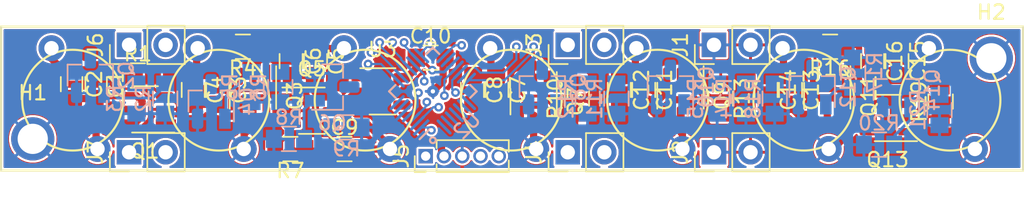
<source format=kicad_pcb>
(kicad_pcb (version 20171130) (host pcbnew "(5.1.4)-1")
  (layers (0 F.Cu mixed) (1 In1.Cu signal) (2 In2.Cu signal) (31 B.Cu mixed) (34 B.Paste user) (35 F.Paste user) (36 B.SilkS user) (37 F.SilkS user) (38 B.Mask user) (39 F.Mask user) (44 Edge.Cuts user))
  (net 0 "")
  (net 1 "Net-(C1-Pad1)")
  (net 2 "Net-(C1-Pad2)")
  (net 3 "Net-(C3-Pad1)")
  (net 4 "Net-(C3-Pad2)")
  (net 5 "Net-(C5-Pad1)")
  (net 6 "Net-(C5-Pad2)")
  (net 7 "Net-(C7-Pad1)")
  (net 8 "Net-(C7-Pad2)")
  (net 9 +12V)
  (net 10 GND)
  (net 11 +5V)
  (net 12 "Net-(C11-Pad2)")
  (net 13 "Net-(C11-Pad1)")
  (net 14 "Net-(C13-Pad1)")
  (net 15 "Net-(C13-Pad2)")
  (net 16 "Net-(C15-Pad2)")
  (net 17 "Net-(C15-Pad1)")
  (net 18 DATA_IN)
  (net 19 CLK_IN)
  (net 20 DATA_OUT)
  (net 21 CLK_OUT)
  (net 22 FLIP_G_OFF)
  (net 23 "Net-(J5-Pad4)")
  (net 24 VPP)
  (net 25 "Net-(Q1-Pad3)")
  (net 26 FLIP_A_ON)
  (net 27 FLIP_A_OFF)
  (net 28 "Net-(Q3-Pad3)")
  (net 29 FLIP_B_ON)
  (net 30 FLIP_B_OFF)
  (net 31 "Net-(Q5-Pad3)")
  (net 32 FLIP_C_ON)
  (net 33 FLIP_C_OFF)
  (net 34 "Net-(Q7-Pad3)")
  (net 35 FLIP_D_ON)
  (net 36 FLIP_D_OFF)
  (net 37 "Net-(Q10-Pad3)")
  (net 38 FLIP_E_ON)
  (net 39 FLIP_E_OFF)
  (net 40 "Net-(Q11-Pad3)")
  (net 41 FLIP_F_ON)
  (net 42 FLIP_F_OFF)
  (net 43 "Net-(Q13-Pad3)")
  (net 44 FLIP_G_ON)
  (net 45 "Net-(U2-Pad6)")
  (net 46 "Net-(U3-Pad4)")
  (net 47 OPT1_IN)
  (net 48 OPT2_IN)
  (net 49 OPT1_OUT)
  (net 50 OPT2_OUT)
  (module dot_flipper:Pin_Header_Straight_1x02_Pitch2.54mm (layer F.Cu) (at 41.477001 68.495001 90)
    (fp_text reference J7 (at 0 -2.33 90) (layer F.SilkS))
    (fp_text value Conn_01x02_Male)
    (pad 1 thru_hole rect (at 0 0 90) (size 1.7 1.7) (drill 1) (layers *.Cu *.Mask) (net 49 OPT1_OUT))
    (pad 2 thru_hole oval (at 0 2.54 90) (size 1.7 1.7) (drill 1) (layers *.Cu *.Mask) (net 50 OPT2_OUT))
  )
  (module dot_flipper:Pin_Header_Straight_1x02_Pitch2.54mm (layer F.Cu) (at 41.477001 61.035001 90)
    (fp_text reference J6 (at 0 -2.33 90) (layer F.SilkS))
    (fp_text value Conn_01x02_Male)
    (pad 1 thru_hole rect (at 0 0 90) (size 1.7 1.7) (drill 1) (layers *.Cu *.Mask) (net 47 OPT1_IN))
    (pad 2 thru_hole oval (at 0 2.54 90) (size 1.7 1.7) (drill 1) (layers *.Cu *.Mask) (net 48 OPT2_IN))
  )
  (module dot_flipper:Pin_Header_Straight_1x02_Pitch2.54mm (layer F.Cu) (at 71.957001 68.495001 90)
    (fp_text reference J4 (at 0 -2.33 90) (layer F.SilkS))
    (fp_text value Conn_01x02_Male)
    (pad 1 thru_hole rect (at 0 0 90) (size 1.7 1.7) (drill 1) (layers *.Cu *.Mask) (net 20 DATA_OUT))
    (pad 2 thru_hole oval (at 0 2.54 90) (size 1.7 1.7) (drill 1) (layers *.Cu *.Mask) (net 21 CLK_OUT))
  )
  (module dot_flipper:Pin_Header_Straight_1x02_Pitch2.54mm (layer F.Cu) (at 71.957001 61.035001 90)
    (fp_text reference J3 (at 0 -2.33 90) (layer F.SilkS))
    (fp_text value Conn_01x02_Male)
    (pad 1 thru_hole rect (at 0 0 90) (size 1.7 1.7) (drill 1) (layers *.Cu *.Mask) (net 18 DATA_IN))
    (pad 2 thru_hole oval (at 0 2.54 90) (size 1.7 1.7) (drill 1) (layers *.Cu *.Mask) (net 19 CLK_IN))
  )
  (module dot_flipper:Pin_Header_Straight_1x02_Pitch2.54mm (layer F.Cu) (at 82.117001 68.495001 90)
    (fp_text reference J2 (at 0 -2.33 90) (layer F.SilkS))
    (fp_text value Conn_01x02_Male)
    (pad 1 thru_hole rect (at 0 0 90) (size 1.7 1.7) (drill 1) (layers *.Cu *.Mask) (net 10 GND))
    (pad 2 thru_hole oval (at 0 2.54 90) (size 1.7 1.7) (drill 1) (layers *.Cu *.Mask) (net 9 +12V))
  )
  (module dot_flipper:Pin_Header_Straight_1x02_Pitch2.54mm (layer F.Cu) (at 82.117001 61.035001 90)
    (fp_text reference J1 (at 0 -2.33 90) (layer F.SilkS))
    (fp_text value Conn_01x02_Male)
    (pad 1 thru_hole rect (at 0 0 90) (size 1.7 1.7) (drill 1) (layers *.Cu *.Mask) (net 10 GND))
    (pad 2 thru_hole oval (at 0 2.54 90) (size 1.7 1.7) (drill 1) (layers *.Cu *.Mask) (net 9 +12V))
  )
  (module Pin_Headers:Pin_Header_Straight_1x05_Pitch1.27mm (layer F.Cu) (at 62.087001 68.765001 90)
    (fp_text reference J5 (at 0 -1.695 90) (layer F.SilkS))
    (fp_text value Conn_01x05_Male)
    (pad 1 thru_hole rect (at 0 0 90) (size 1 1) (drill 0.65) (layers *.Cu *.Mask) (net 24 VPP))
    (pad 2 thru_hole oval (at 0 1.27 90) (size 1 1) (drill 0.65) (layers *.Cu *.Mask) (net 11 +5V))
    (pad 3 thru_hole oval (at 0 2.54 90) (size 1 1) (drill 0.65) (layers *.Cu *.Mask) (net 10 GND))
    (pad 4 thru_hole oval (at 0 3.81 90) (size 1 1) (drill 0.65) (layers *.Cu *.Mask) (net 23 "Net-(J5-Pad4)"))
    (pad 5 thru_hole oval (at 0 5.08 90) (size 1 1) (drill 0.65) (layers *.Cu *.Mask) (net 22 FLIP_G_OFF))
  )
  (module dot_flipper:R_0805 (layer B.Cu) (at 97.787001 65.565001 270)
    (fp_text reference R21 (at 0 1.5 90) (layer B.SilkS) (effects (justify mirror)))
    (fp_text value 100K)
    (pad 1 smd rect (at -1.05 0 270) (size 1.1 1.25) (layers B.Cu B.Paste B.Mask) (net 22 FLIP_G_OFF))
    (pad 2 smd rect (at 1.05 0 270) (size 1.1 1.25) (layers B.Cu B.Paste B.Mask) (net 10 GND))
  )
  (module dot_flipper:R_0805 (layer B.Cu) (at 93.587001 67.965001 180)
    (fp_text reference R20 (at 0 1.5) (layer B.SilkS) (effects (justify mirror)))
    (fp_text value 100K)
    (pad 1 smd rect (at -1.05 0 180) (size 1.1 1.25) (layers B.Cu B.Paste B.Mask) (net 44 FLIP_G_ON))
    (pad 2 smd rect (at 1.05 0 180) (size 1.1 1.25) (layers B.Cu B.Paste B.Mask) (net 10 GND))
  )
  (module dot_flipper:R_0805 (layer F.Cu) (at 97.865001 64.972001 90)
    (fp_text reference R19 (at 0 -1.5 90) (layer F.SilkS))
    (fp_text value 100K)
    (pad 1 smd rect (at -1.05 0 90) (size 1.1 1.25) (layers F.Cu F.Paste F.Mask) (net 9 +12V))
    (pad 2 smd rect (at 1.05 0 90) (size 1.1 1.25) (layers F.Cu F.Paste F.Mask) (net 43 "Net-(Q13-Pad3)"))
  )
  (module dot_flipper:R_0805 (layer B.Cu) (at 86.337001 64.765001 270)
    (fp_text reference R18 (at 0 1.5 90) (layer B.SilkS) (effects (justify mirror)))
    (fp_text value 100K)
    (pad 1 smd rect (at -1.05 0 270) (size 1.1 1.25) (layers B.Cu B.Paste B.Mask) (net 42 FLIP_F_OFF))
    (pad 2 smd rect (at 1.05 0 270) (size 1.1 1.25) (layers B.Cu B.Paste B.Mask) (net 10 GND))
  )
  (module dot_flipper:R_0805 (layer B.Cu) (at 91.787001 62.965001 90)
    (fp_text reference R17 (at 0 1.5 90) (layer B.SilkS) (effects (justify mirror)))
    (fp_text value 100K)
    (pad 1 smd rect (at -1.05 0 90) (size 1.1 1.25) (layers B.Cu B.Paste B.Mask) (net 41 FLIP_F_ON))
    (pad 2 smd rect (at 1.05 0 90) (size 1.1 1.25) (layers B.Cu B.Paste B.Mask) (net 10 GND))
  )
  (module dot_flipper:R_0805 (layer F.Cu) (at 90.187001 61.165001 180)
    (fp_text reference R16 (at 0 -1.5) (layer F.SilkS))
    (fp_text value 100K)
    (pad 1 smd rect (at -1.05 0 180) (size 1.1 1.25) (layers F.Cu F.Paste F.Mask) (net 9 +12V))
    (pad 2 smd rect (at 1.05 0 180) (size 1.1 1.25) (layers F.Cu F.Paste F.Mask) (net 40 "Net-(Q11-Pad3)"))
  )
  (module dot_flipper:R_0805 (layer B.Cu) (at 82.337001 64.765001 270)
    (fp_text reference R15 (at 0 1.5 90) (layer B.SilkS) (effects (justify mirror)))
    (fp_text value 100K)
    (pad 1 smd rect (at -1.05 0 270) (size 1.1 1.25) (layers B.Cu B.Paste B.Mask) (net 39 FLIP_E_OFF))
    (pad 2 smd rect (at 1.05 0 270) (size 1.1 1.25) (layers B.Cu B.Paste B.Mask) (net 10 GND))
  )
  (module dot_flipper:R_0805 (layer B.Cu) (at 84.337001 64.765001 270)
    (fp_text reference R14 (at 0 1.5 90) (layer B.SilkS) (effects (justify mirror)))
    (fp_text value 100K)
    (pad 1 smd rect (at -1.05 0 270) (size 1.1 1.25) (layers B.Cu B.Paste B.Mask) (net 38 FLIP_E_ON))
    (pad 2 smd rect (at 1.05 0 270) (size 1.1 1.25) (layers B.Cu B.Paste B.Mask) (net 10 GND))
  )
  (module dot_flipper:R_0805 (layer F.Cu) (at 82.587001 64.765001 270)
    (fp_text reference R13 (at 0 -1.5 90) (layer F.SilkS))
    (fp_text value 100K)
    (pad 1 smd rect (at -1.05 0 270) (size 1.1 1.25) (layers F.Cu F.Paste F.Mask) (net 9 +12V))
    (pad 2 smd rect (at 1.05 0 270) (size 1.1 1.25) (layers F.Cu F.Paste F.Mask) (net 37 "Net-(Q10-Pad3)"))
  )
  (module dot_flipper:R_0805 (layer B.Cu) (at 73.337001 64.765001 270)
    (fp_text reference R12 (at 0 1.5 90) (layer B.SilkS) (effects (justify mirror)))
    (fp_text value 100K)
    (pad 1 smd rect (at -1.05 0 270) (size 1.1 1.25) (layers B.Cu B.Paste B.Mask) (net 36 FLIP_D_OFF))
    (pad 2 smd rect (at 1.05 0 270) (size 1.1 1.25) (layers B.Cu B.Paste B.Mask) (net 10 GND))
  )
  (module dot_flipper:R_0805 (layer B.Cu) (at 75.337001 64.765001 270)
    (fp_text reference R11 (at 0 1.5 90) (layer B.SilkS) (effects (justify mirror)))
    (fp_text value 100K)
    (pad 1 smd rect (at -1.05 0 270) (size 1.1 1.25) (layers B.Cu B.Paste B.Mask) (net 35 FLIP_D_ON))
    (pad 2 smd rect (at 1.05 0 270) (size 1.1 1.25) (layers B.Cu B.Paste B.Mask) (net 10 GND))
  )
  (module dot_flipper:R_0805 (layer F.Cu) (at 72.587001 64.765001 90)
    (fp_text reference R10 (at 0 -1.5 90) (layer F.SilkS))
    (fp_text value 100K)
    (pad 1 smd rect (at -1.05 0 90) (size 1.1 1.25) (layers F.Cu F.Paste F.Mask) (net 9 +12V))
    (pad 2 smd rect (at 1.05 0 90) (size 1.1 1.25) (layers F.Cu F.Paste F.Mask) (net 34 "Net-(Q7-Pad3)"))
  )
  (module dot_flipper:R_0805 (layer B.Cu) (at 56.587001 66.765001)
    (fp_text reference R9 (at 0 1.5) (layer B.SilkS) (effects (justify mirror)))
    (fp_text value 100K)
    (pad 1 smd rect (at -1.05 0) (size 1.1 1.25) (layers B.Cu B.Paste B.Mask) (net 33 FLIP_C_OFF))
    (pad 2 smd rect (at 1.05 0) (size 1.1 1.25) (layers B.Cu B.Paste B.Mask) (net 10 GND))
  )
  (module dot_flipper:R_0805 (layer B.Cu) (at 52.587001 67.565001 180)
    (fp_text reference R8 (at 0 1.5) (layer B.SilkS) (effects (justify mirror)))
    (fp_text value 100K)
    (pad 1 smd rect (at -1.05 0 180) (size 1.1 1.25) (layers B.Cu B.Paste B.Mask) (net 32 FLIP_C_ON))
    (pad 2 smd rect (at 1.05 0 180) (size 1.1 1.25) (layers B.Cu B.Paste B.Mask) (net 10 GND))
  )
  (module dot_flipper:R_0805 (layer F.Cu) (at 52.687001 68.274001 180)
    (fp_text reference R7 (at 0 -1.5) (layer F.SilkS))
    (fp_text value 100K)
    (pad 1 smd rect (at -1.05 0 180) (size 1.1 1.25) (layers F.Cu F.Paste F.Mask) (net 9 +12V))
    (pad 2 smd rect (at 1.05 0 180) (size 1.1 1.25) (layers F.Cu F.Paste F.Mask) (net 31 "Net-(Q5-Pad3)"))
  )
  (module dot_flipper:R_0805 (layer B.Cu) (at 51.987001 63.965001 270)
    (fp_text reference R6 (at 0 1.5 90) (layer B.SilkS) (effects (justify mirror)))
    (fp_text value 100K)
    (pad 1 smd rect (at -1.05 0 270) (size 1.1 1.25) (layers B.Cu B.Paste B.Mask) (net 30 FLIP_B_OFF))
    (pad 2 smd rect (at 1.05 0 270) (size 1.1 1.25) (layers B.Cu B.Paste B.Mask) (net 10 GND))
  )
  (module dot_flipper:R_0805 (layer B.Cu) (at 49.987001 63.965001 270)
    (fp_text reference R5 (at 0 1.5 90) (layer B.SilkS) (effects (justify mirror)))
    (fp_text value 100K)
    (pad 1 smd rect (at -1.05 0 270) (size 1.1 1.25) (layers B.Cu B.Paste B.Mask) (net 29 FLIP_B_ON))
    (pad 2 smd rect (at 1.05 0 270) (size 1.1 1.25) (layers B.Cu B.Paste B.Mask) (net 10 GND))
  )
  (module dot_flipper:R_0805 (layer F.Cu) (at 49.387001 61.165001 180)
    (fp_text reference R4 (at 0 -1.5) (layer F.SilkS))
    (fp_text value 100K)
    (pad 1 smd rect (at -1.05 0 180) (size 1.1 1.25) (layers F.Cu F.Paste F.Mask) (net 9 +12V))
    (pad 2 smd rect (at 1.05 0 180) (size 1.1 1.25) (layers F.Cu F.Paste F.Mask) (net 28 "Net-(Q3-Pad3)"))
  )
  (module dot_flipper:R_0805 (layer B.Cu) (at 41.987001 64.765001 270)
    (fp_text reference R3 (at 0 1.5 90) (layer B.SilkS) (effects (justify mirror)))
    (fp_text value 100K)
    (pad 1 smd rect (at -1.05 0 270) (size 1.1 1.25) (layers B.Cu B.Paste B.Mask) (net 27 FLIP_A_OFF))
    (pad 2 smd rect (at 1.05 0 270) (size 1.1 1.25) (layers B.Cu B.Paste B.Mask) (net 10 GND))
  )
  (module dot_flipper:R_0805 (layer B.Cu) (at 43.987001 64.765001 270)
    (fp_text reference R2 (at 0 1.5 90) (layer B.SilkS) (effects (justify mirror)))
    (fp_text value 100K)
    (pad 1 smd rect (at -1.05 0 270) (size 1.1 1.25) (layers B.Cu B.Paste B.Mask) (net 26 FLIP_A_ON))
    (pad 2 smd rect (at 1.05 0 270) (size 1.1 1.25) (layers B.Cu B.Paste B.Mask) (net 10 GND))
  )
  (module dot_flipper:R_0805 (layer F.Cu) (at 42.087001 63.165001)
    (fp_text reference R1 (at 0 -1.5) (layer F.SilkS))
    (fp_text value 100K)
    (pad 1 smd rect (at -1.05 0) (size 1.1 1.25) (layers F.Cu F.Paste F.Mask) (net 9 +12V))
    (pad 2 smd rect (at 1.05 0) (size 1.1 1.25) (layers F.Cu F.Paste F.Mask) (net 25 "Net-(Q1-Pad3)"))
  )
  (module dot_flipper:C_0805 (layer F.Cu) (at 93.187001 62.165001 270)
    (fp_text reference C16 (at 0 -1.5 90) (layer F.SilkS))
    (fp_text value 10u)
    (pad 1 smd roundrect (at -1 0 270) (size 1.2 1.25) (layers F.Cu F.Paste F.Mask) (roundrect_rratio 0.15) (net 17 "Net-(C15-Pad1)"))
    (pad 2 smd roundrect (at 1 0 270) (size 1.2 1.25) (layers F.Cu F.Paste F.Mask) (roundrect_rratio 0.15) (net 16 "Net-(C15-Pad2)"))
  )
  (module dot_flipper:C_0805 (layer F.Cu) (at 94.787001 62.165001 270)
    (fp_text reference C15 (at 0 -1.5 90) (layer F.SilkS))
    (fp_text value 10u)
    (pad 1 smd roundrect (at -1 0 270) (size 1.2 1.25) (layers F.Cu F.Paste F.Mask) (roundrect_rratio 0.15) (net 17 "Net-(C15-Pad1)"))
    (pad 2 smd roundrect (at 1 0 270) (size 1.2 1.25) (layers F.Cu F.Paste F.Mask) (roundrect_rratio 0.15) (net 16 "Net-(C15-Pad2)"))
  )
  (module dot_flipper:C_0805 (layer F.Cu) (at 85.787001 64.165001 270)
    (fp_text reference C14 (at 0 -1.5 90) (layer F.SilkS))
    (fp_text value 10u)
    (pad 1 smd roundrect (at -1 0 270) (size 1.2 1.25) (layers F.Cu F.Paste F.Mask) (roundrect_rratio 0.15) (net 14 "Net-(C13-Pad1)"))
    (pad 2 smd roundrect (at 1 0 270) (size 1.2 1.25) (layers F.Cu F.Paste F.Mask) (roundrect_rratio 0.15) (net 15 "Net-(C13-Pad2)"))
  )
  (module dot_flipper:C_0805 (layer F.Cu) (at 87.387001 64.165001 270)
    (fp_text reference C13 (at 0 -1.5 90) (layer F.SilkS))
    (fp_text value 10u)
    (pad 1 smd roundrect (at -1 0 270) (size 1.2 1.25) (layers F.Cu F.Paste F.Mask) (roundrect_rratio 0.15) (net 14 "Net-(C13-Pad1)"))
    (pad 2 smd roundrect (at 1 0 270) (size 1.2 1.25) (layers F.Cu F.Paste F.Mask) (roundrect_rratio 0.15) (net 15 "Net-(C13-Pad2)"))
  )
  (module dot_flipper:C_0805 (layer F.Cu) (at 75.587001 64.165001 270)
    (fp_text reference C12 (at 0 -1.5 90) (layer F.SilkS))
    (fp_text value 10u)
    (pad 1 smd roundrect (at -1 0 270) (size 1.2 1.25) (layers F.Cu F.Paste F.Mask) (roundrect_rratio 0.15) (net 13 "Net-(C11-Pad1)"))
    (pad 2 smd roundrect (at 1 0 270) (size 1.2 1.25) (layers F.Cu F.Paste F.Mask) (roundrect_rratio 0.15) (net 12 "Net-(C11-Pad2)"))
  )
  (module dot_flipper:C_0805 (layer F.Cu) (at 77.187001 64.165001 270)
    (fp_text reference C11 (at 0 -1.5 90) (layer F.SilkS))
    (fp_text value 10u)
    (pad 1 smd roundrect (at -1 0 270) (size 1.2 1.25) (layers F.Cu F.Paste F.Mask) (roundrect_rratio 0.15) (net 13 "Net-(C11-Pad1)"))
    (pad 2 smd roundrect (at 1 0 270) (size 1.2 1.25) (layers F.Cu F.Paste F.Mask) (roundrect_rratio 0.15) (net 12 "Net-(C11-Pad2)"))
  )
  (module dot_flipper:C_0805 (layer F.Cu) (at 62.432001 61.924001)
    (fp_text reference C10 (at 0 -1.5) (layer F.SilkS))
    (fp_text value 1u)
    (pad 1 smd roundrect (at -1 0) (size 1.2 1.25) (layers F.Cu F.Paste F.Mask) (roundrect_rratio 0.15) (net 11 +5V))
    (pad 2 smd roundrect (at 1 0) (size 1.2 1.25) (layers F.Cu F.Paste F.Mask) (roundrect_rratio 0.15) (net 10 GND))
  )
  (module dot_flipper:C_0805 (layer F.Cu) (at 56.447001 68.274001)
    (fp_text reference C9 (at 0 -1.5) (layer F.SilkS))
    (fp_text value 1u)
    (pad 1 smd roundrect (at -1 0) (size 1.2 1.25) (layers F.Cu F.Paste F.Mask) (roundrect_rratio 0.15) (net 9 +12V))
    (pad 2 smd roundrect (at 1 0) (size 1.2 1.25) (layers F.Cu F.Paste F.Mask) (roundrect_rratio 0.15) (net 10 GND))
  )
  (module dot_flipper:C_0805 (layer F.Cu) (at 65.387001 64.165001 270)
    (fp_text reference C8 (at 0 -1.5 90) (layer F.SilkS))
    (fp_text value 10u)
    (pad 1 smd roundrect (at -1 0 270) (size 1.2 1.25) (layers F.Cu F.Paste F.Mask) (roundrect_rratio 0.15) (net 7 "Net-(C7-Pad1)"))
    (pad 2 smd roundrect (at 1 0 270) (size 1.2 1.25) (layers F.Cu F.Paste F.Mask) (roundrect_rratio 0.15) (net 8 "Net-(C7-Pad2)"))
  )
  (module dot_flipper:C_0805 (layer F.Cu) (at 66.987001 64.165001 270)
    (fp_text reference C7 (at 0 -1.5 90) (layer F.SilkS))
    (fp_text value 10u)
    (pad 1 smd roundrect (at -1 0 270) (size 1.2 1.25) (layers F.Cu F.Paste F.Mask) (roundrect_rratio 0.15) (net 7 "Net-(C7-Pad1)"))
    (pad 2 smd roundrect (at 1 0 270) (size 1.2 1.25) (layers F.Cu F.Paste F.Mask) (roundrect_rratio 0.15) (net 8 "Net-(C7-Pad2)"))
  )
  (module dot_flipper:C_0805 (layer F.Cu) (at 52.787001 62.165001 270)
    (fp_text reference C6 (at 0 -1.5 90) (layer F.SilkS))
    (fp_text value 10u)
    (pad 1 smd roundrect (at -1 0 270) (size 1.2 1.25) (layers F.Cu F.Paste F.Mask) (roundrect_rratio 0.15) (net 5 "Net-(C5-Pad1)"))
    (pad 2 smd roundrect (at 1 0 270) (size 1.2 1.25) (layers F.Cu F.Paste F.Mask) (roundrect_rratio 0.15) (net 6 "Net-(C5-Pad2)"))
  )
  (module dot_flipper:C_0805 (layer F.Cu) (at 54.387001 62.165001 270)
    (fp_text reference C5 (at 0 -1.5 90) (layer F.SilkS))
    (fp_text value 10u)
    (pad 1 smd roundrect (at -1 0 270) (size 1.2 1.25) (layers F.Cu F.Paste F.Mask) (roundrect_rratio 0.15) (net 5 "Net-(C5-Pad1)"))
    (pad 2 smd roundrect (at 1 0 270) (size 1.2 1.25) (layers F.Cu F.Paste F.Mask) (roundrect_rratio 0.15) (net 6 "Net-(C5-Pad2)"))
  )
  (module dot_flipper:C_0805 (layer F.Cu) (at 45.987001 64.165001 270)
    (fp_text reference C4 (at 0 -1.5 90) (layer F.SilkS))
    (fp_text value 10u)
    (pad 1 smd roundrect (at -1 0 270) (size 1.2 1.25) (layers F.Cu F.Paste F.Mask) (roundrect_rratio 0.15) (net 3 "Net-(C3-Pad1)"))
    (pad 2 smd roundrect (at 1 0 270) (size 1.2 1.25) (layers F.Cu F.Paste F.Mask) (roundrect_rratio 0.15) (net 4 "Net-(C3-Pad2)"))
  )
  (module dot_flipper:C_0805 (layer F.Cu) (at 47.587001 64.165001 270)
    (fp_text reference C3 (at 0 -1.5 90) (layer F.SilkS))
    (fp_text value 10u)
    (pad 1 smd roundrect (at -1 0 270) (size 1.2 1.25) (layers F.Cu F.Paste F.Mask) (roundrect_rratio 0.15) (net 3 "Net-(C3-Pad1)"))
    (pad 2 smd roundrect (at 1 0 270) (size 1.2 1.25) (layers F.Cu F.Paste F.Mask) (roundrect_rratio 0.15) (net 4 "Net-(C3-Pad2)"))
  )
  (module dot_flipper:C_0805 (layer F.Cu) (at 37.587001 63.765001 270)
    (fp_text reference C2 (at 0 -1.5 90) (layer F.SilkS))
    (fp_text value 10u)
    (pad 1 smd roundrect (at -1 0 270) (size 1.2 1.25) (layers F.Cu F.Paste F.Mask) (roundrect_rratio 0.15) (net 1 "Net-(C1-Pad1)"))
    (pad 2 smd roundrect (at 1 0 270) (size 1.2 1.25) (layers F.Cu F.Paste F.Mask) (roundrect_rratio 0.15) (net 2 "Net-(C1-Pad2)"))
  )
  (module dot_flipper:C_0805 (layer F.Cu) (at 39.087001 63.765001 270)
    (fp_text reference C1 (at 0 -1.5 90) (layer F.SilkS))
    (fp_text value 10u)
    (pad 1 smd roundrect (at -1 0 270) (size 1.2 1.25) (layers F.Cu F.Paste F.Mask) (roundrect_rratio 0.15) (net 1 "Net-(C1-Pad1)"))
    (pad 2 smd roundrect (at 1 0 270) (size 1.2 1.25) (layers F.Cu F.Paste F.Mask) (roundrect_rratio 0.15) (net 2 "Net-(C1-Pad2)"))
  )
  (module dot_flipper:SOT-23-5_HandSoldering (layer F.Cu) (at 59.087001 64.265001)
    (fp_text reference U3 (at 0 -2.9) (layer F.SilkS))
    (fp_text value NCP718BSN500T1G)
    (pad 1 smd rect (at -1.45 -0.95) (size 1.4 0.5) (layers F.Cu F.Paste F.Mask) (net 9 +12V))
    (pad 2 smd roundrect (at -1.35 0) (size 1.2 0.5) (layers F.Cu F.Paste F.Mask) (net 10 GND))
    (pad 3 smd roundrect (at -1.35 0.95) (size 1.2 0.5) (layers F.Cu F.Paste F.Mask) (net 9 +12V))
    (pad 4 smd roundrect (at 1.35 0.95) (size 1.2 0.65) (layers F.Cu F.Paste F.Mask) (net 46 "Net-(U3-Pad4)"))
    (pad 5 smd roundrect (at 1.35 -0.95) (size 1.2 0.65) (layers F.Cu F.Paste F.Mask) (net 11 +5V))
  )
  (module dot_flipper:SOT-23-6_Handsoldering (layer F.Cu) (at 94.182001 66.115001 180)
    (fp_text reference Q13 (at 0 -2.9) (layer F.SilkS))
    (fp_text value DMG6602SVT)
    (pad 1 smd rect (at -1.45 -0.95 180) (size 1.4 0.5) (layers F.Cu F.Paste F.Mask) (net 22 FLIP_G_OFF))
    (pad 2 smd roundrect (at -1.35 0 180) (size 1.2 0.5) (layers F.Cu F.Paste F.Mask) (net 9 +12V))
    (pad 3 smd roundrect (at -1.35 0.95 180) (size 1.2 0.5) (layers F.Cu F.Paste F.Mask) (net 43 "Net-(Q13-Pad3)"))
    (pad 4 smd roundrect (at 1.35 0.95 180) (size 1.2 0.5) (layers F.Cu F.Paste F.Mask) (net 16 "Net-(C15-Pad2)"))
    (pad 6 smd roundrect (at 1.35 -0.95 180) (size 1.2 0.5) (layers F.Cu F.Paste F.Mask) (net 16 "Net-(C15-Pad2)"))
    (pad 5 smd roundrect (at 1.35 0 180) (size 1.2 0.5) (layers F.Cu F.Paste F.Mask) (net 10 GND))
  )
  (module dot_flipper:SOT-23-6_Handsoldering (layer F.Cu) (at 89.987001 64.565001 270)
    (fp_text reference Q11 (at 0 -2.9 90) (layer F.SilkS))
    (fp_text value DMG6602SVT)
    (pad 1 smd rect (at -1.45 -0.95 270) (size 1.4 0.5) (layers F.Cu F.Paste F.Mask) (net 42 FLIP_F_OFF))
    (pad 2 smd roundrect (at -1.35 0 270) (size 1.2 0.5) (layers F.Cu F.Paste F.Mask) (net 9 +12V))
    (pad 3 smd roundrect (at -1.35 0.95 270) (size 1.2 0.5) (layers F.Cu F.Paste F.Mask) (net 40 "Net-(Q11-Pad3)"))
    (pad 4 smd roundrect (at 1.35 0.95 270) (size 1.2 0.5) (layers F.Cu F.Paste F.Mask) (net 15 "Net-(C13-Pad2)"))
    (pad 6 smd roundrect (at 1.35 -0.95 270) (size 1.2 0.5) (layers F.Cu F.Paste F.Mask) (net 15 "Net-(C13-Pad2)"))
    (pad 5 smd roundrect (at 1.35 0 270) (size 1.2 0.5) (layers F.Cu F.Paste F.Mask) (net 10 GND))
  )
  (module dot_flipper:SOT-23-6_Handsoldering (layer F.Cu) (at 79.787001 64.565001 270)
    (fp_text reference Q9 (at 0 -2.9 90) (layer F.SilkS))
    (fp_text value DMG6602SVT)
    (pad 1 smd rect (at -1.45 -0.95 270) (size 1.4 0.5) (layers F.Cu F.Paste F.Mask) (net 39 FLIP_E_OFF))
    (pad 2 smd roundrect (at -1.35 0 270) (size 1.2 0.5) (layers F.Cu F.Paste F.Mask) (net 9 +12V))
    (pad 3 smd roundrect (at -1.35 0.95 270) (size 1.2 0.5) (layers F.Cu F.Paste F.Mask) (net 37 "Net-(Q10-Pad3)"))
    (pad 4 smd roundrect (at 1.35 0.95 270) (size 1.2 0.5) (layers F.Cu F.Paste F.Mask) (net 12 "Net-(C11-Pad2)"))
    (pad 6 smd roundrect (at 1.35 -0.95 270) (size 1.2 0.5) (layers F.Cu F.Paste F.Mask) (net 12 "Net-(C11-Pad2)"))
    (pad 5 smd roundrect (at 1.35 0 270) (size 1.2 0.5) (layers F.Cu F.Paste F.Mask) (net 10 GND))
  )
  (module dot_flipper:SOT-23-6_Handsoldering (layer F.Cu) (at 69.587001 64.972001 270)
    (fp_text reference Q7 (at 0 -2.9 90) (layer F.SilkS))
    (fp_text value DMG6602SVT)
    (pad 1 smd rect (at -1.45 -0.95 270) (size 1.4 0.5) (layers F.Cu F.Paste F.Mask) (net 36 FLIP_D_OFF))
    (pad 2 smd roundrect (at -1.35 0 270) (size 1.2 0.5) (layers F.Cu F.Paste F.Mask) (net 9 +12V))
    (pad 3 smd roundrect (at -1.35 0.95 270) (size 1.2 0.5) (layers F.Cu F.Paste F.Mask) (net 34 "Net-(Q7-Pad3)"))
    (pad 4 smd roundrect (at 1.35 0.95 270) (size 1.2 0.5) (layers F.Cu F.Paste F.Mask) (net 8 "Net-(C7-Pad2)"))
    (pad 6 smd roundrect (at 1.35 -0.95 270) (size 1.2 0.5) (layers F.Cu F.Paste F.Mask) (net 8 "Net-(C7-Pad2)"))
    (pad 5 smd roundrect (at 1.35 0 270) (size 1.2 0.5) (layers F.Cu F.Paste F.Mask) (net 10 GND))
  )
  (module dot_flipper:SOT-23-6_Handsoldering (layer F.Cu) (at 54.177001 65.607001)
    (fp_text reference Q5 (at 0 -2.9) (layer F.SilkS))
    (fp_text value DMG6602SVT)
    (pad 1 smd rect (at -1.45 -0.95) (size 1.4 0.5) (layers F.Cu F.Paste F.Mask) (net 33 FLIP_C_OFF))
    (pad 2 smd roundrect (at -1.35 0) (size 1.2 0.5) (layers F.Cu F.Paste F.Mask) (net 9 +12V))
    (pad 3 smd roundrect (at -1.35 0.95) (size 1.2 0.5) (layers F.Cu F.Paste F.Mask) (net 31 "Net-(Q5-Pad3)"))
    (pad 4 smd roundrect (at 1.35 0.95) (size 1.2 0.5) (layers F.Cu F.Paste F.Mask) (net 6 "Net-(C5-Pad2)"))
    (pad 6 smd roundrect (at 1.35 -0.95) (size 1.2 0.5) (layers F.Cu F.Paste F.Mask) (net 6 "Net-(C5-Pad2)"))
    (pad 5 smd roundrect (at 1.35 0) (size 1.2 0.5) (layers F.Cu F.Paste F.Mask) (net 10 GND))
  )
  (module dot_flipper:SOT-23-6_Handsoldering (layer F.Cu) (at 50.087001 64.565001 270)
    (fp_text reference Q3 (at 0 -2.9 90) (layer F.SilkS))
    (fp_text value DMG6602SVT)
    (pad 1 smd rect (at -1.45 -0.95 270) (size 1.4 0.5) (layers F.Cu F.Paste F.Mask) (net 30 FLIP_B_OFF))
    (pad 2 smd roundrect (at -1.35 0 270) (size 1.2 0.5) (layers F.Cu F.Paste F.Mask) (net 9 +12V))
    (pad 3 smd roundrect (at -1.35 0.95 270) (size 1.2 0.5) (layers F.Cu F.Paste F.Mask) (net 28 "Net-(Q3-Pad3)"))
    (pad 4 smd roundrect (at 1.35 0.95 270) (size 1.2 0.5) (layers F.Cu F.Paste F.Mask) (net 4 "Net-(C3-Pad2)"))
    (pad 6 smd roundrect (at 1.35 -0.95 270) (size 1.2 0.5) (layers F.Cu F.Paste F.Mask) (net 4 "Net-(C3-Pad2)"))
    (pad 5 smd roundrect (at 1.35 0 270) (size 1.2 0.5) (layers F.Cu F.Paste F.Mask) (net 10 GND))
  )
  (module dot_flipper:SOT-23-6_Handsoldering (layer F.Cu) (at 42.587001 65.515001 180)
    (fp_text reference Q1 (at 0 -2.9) (layer F.SilkS))
    (fp_text value DMG6602SVT)
    (pad 1 smd rect (at -1.45 -0.95 180) (size 1.4 0.5) (layers F.Cu F.Paste F.Mask) (net 27 FLIP_A_OFF))
    (pad 2 smd roundrect (at -1.35 0 180) (size 1.2 0.5) (layers F.Cu F.Paste F.Mask) (net 9 +12V))
    (pad 3 smd roundrect (at -1.35 0.95 180) (size 1.2 0.5) (layers F.Cu F.Paste F.Mask) (net 25 "Net-(Q1-Pad3)"))
    (pad 4 smd roundrect (at 1.35 0.95 180) (size 1.2 0.5) (layers F.Cu F.Paste F.Mask) (net 2 "Net-(C1-Pad2)"))
    (pad 6 smd roundrect (at 1.35 -0.95 180) (size 1.2 0.5) (layers F.Cu F.Paste F.Mask) (net 2 "Net-(C1-Pad2)"))
    (pad 5 smd roundrect (at 1.35 0 180) (size 1.2 0.5) (layers F.Cu F.Paste F.Mask) (net 10 GND))
  )
  (module dot_flipper:MountingHole_2.2mm_M2_Pad_thin (layer F.Cu) (at 101.387001 61.965001)
    (fp_text reference H2 (at 0 -3.2) (layer F.SilkS))
    (fp_text value MountingHole_Pad)
    (pad 1 thru_hole circle (at 0 0) (size 3 3) (drill 2.1) (layers *.Cu *.Mask) (net 10 GND))
  )
  (module dot_flipper:MountingHole_2.2mm_M2_Pad_thin (layer F.Cu) (at 34.787001 67.565001)
    (fp_text reference H1 (at 0 -3.2) (layer F.SilkS))
    (fp_text value MountingHole_Pad)
    (pad 1 thru_hole circle (at 0 0) (size 3 3) (drill 2.1) (layers *.Cu *.Mask) (net 10 GND))
  )
  (module dot_flipper:QFN-28-1EP_4x4mm_Pitch0.4mm_wide (layer B.Cu) (at 62.587001 64.265001 45)
    (fp_text reference U2 (at 0 3.35 45) (layer B.SilkS) (effects (justify mirror)))
    (fp_text value PIC16F15355-I-MV)
    (pad 29 thru_hole circle (at 0 0 45) (size 0.8 0.8) (drill 0.3) (layers *.Cu *.Mask) (net 10 GND))
    (pad 1 smd rect (at -2.35 1.2 45) (size 1.5 0.2) (layers B.Cu B.Paste B.Mask) (net 32 FLIP_C_ON))
    (pad 2 smd roundrect (at -2.3 0.8 45) (size 1.4 0.2) (layers B.Cu B.Paste B.Mask) (roundrect_rratio 0.5) (net 35 FLIP_D_ON))
    (pad 3 smd roundrect (at -2.3 0.4 45) (size 1.4 0.2) (layers B.Cu B.Paste B.Mask) (roundrect_rratio 0.5) (net 38 FLIP_E_ON))
    (pad 4 smd roundrect (at -2.3 0 45) (size 1.4 0.2) (layers B.Cu B.Paste B.Mask) (roundrect_rratio 0.5) (net 41 FLIP_F_ON))
    (pad 5 smd roundrect (at -2.3 -0.4 45) (size 1.4 0.2) (layers B.Cu B.Paste B.Mask) (roundrect_rratio 0.5) (net 10 GND))
    (pad 6 smd roundrect (at -2.3 -0.8 45) (size 1.4 0.2) (layers B.Cu B.Paste B.Mask) (roundrect_rratio 0.5) (net 45 "Net-(U2-Pad6)"))
    (pad 7 smd roundrect (at -2.3 -1.2 45) (size 1.4 0.2) (layers B.Cu B.Paste B.Mask) (roundrect_rratio 0.5) (net 44 FLIP_G_ON))
    (pad 8 smd roundrect (at -1.2 -2.3 315) (size 1.4 0.2) (layers B.Cu B.Paste B.Mask) (roundrect_rratio 0.5) (net 18 DATA_IN))
    (pad 9 smd roundrect (at -0.8 -2.3 315) (size 1.4 0.2) (layers B.Cu B.Paste B.Mask) (roundrect_rratio 0.5) (net 19 CLK_IN))
    (pad 10 smd roundrect (at -0.4 -2.3 315) (size 1.4 0.2) (layers B.Cu B.Paste B.Mask) (roundrect_rratio 0.5) (net 47 OPT1_IN))
    (pad 11 smd roundrect (at 0 -2.3 315) (size 1.4 0.2) (layers B.Cu B.Paste B.Mask) (roundrect_rratio 0.5) (net 48 OPT2_IN))
    (pad 12 smd roundrect (at 0.4 -2.3 315) (size 1.4 0.2) (layers B.Cu B.Paste B.Mask) (roundrect_rratio 0.5) (net 20 DATA_OUT))
    (pad 13 smd roundrect (at 0.8 -2.3 315) (size 1.4 0.2) (layers B.Cu B.Paste B.Mask) (roundrect_rratio 0.5) (net 21 CLK_OUT))
    (pad 14 smd roundrect (at 1.2 -2.3 315) (size 1.4 0.2) (layers B.Cu B.Paste B.Mask) (roundrect_rratio 0.5) (net 49 OPT1_OUT))
    (pad 15 smd roundrect (at 2.3 -1.2 45) (size 1.4 0.2) (layers B.Cu B.Paste B.Mask) (roundrect_rratio 0.5) (net 50 OPT2_OUT))
    (pad 16 smd roundrect (at 2.3 -0.8 45) (size 1.4 0.2) (layers B.Cu B.Paste B.Mask) (roundrect_rratio 0.5) (net 10 GND))
    (pad 17 smd roundrect (at 2.3 -0.4 45) (size 1.4 0.2) (layers B.Cu B.Paste B.Mask) (roundrect_rratio 0.5) (net 11 +5V))
    (pad 18 smd roundrect (at 2.3 0 45) (size 1.4 0.2) (layers B.Cu B.Paste B.Mask) (roundrect_rratio 0.5) (net 27 FLIP_A_OFF))
    (pad 19 smd roundrect (at 2.3 0.4 45) (size 1.4 0.2) (layers B.Cu B.Paste B.Mask) (roundrect_rratio 0.5) (net 30 FLIP_B_OFF))
    (pad 20 smd roundrect (at 2.3 0.8 45) (size 1.4 0.2) (layers B.Cu B.Paste B.Mask) (roundrect_rratio 0.5) (net 33 FLIP_C_OFF))
    (pad 21 smd roundrect (at 2.3 1.2 45) (size 1.4 0.2) (layers B.Cu B.Paste B.Mask) (roundrect_rratio 0.5) (net 36 FLIP_D_OFF))
    (pad 22 smd roundrect (at 1.2 2.3 315) (size 1.4 0.2) (layers B.Cu B.Paste B.Mask) (roundrect_rratio 0.5) (net 39 FLIP_E_OFF))
    (pad 23 smd roundrect (at 0.8 2.3 315) (size 1.4 0.2) (layers B.Cu B.Paste B.Mask) (roundrect_rratio 0.5) (net 42 FLIP_F_OFF))
    (pad 24 smd roundrect (at 0.4 2.3 315) (size 1.4 0.2) (layers B.Cu B.Paste B.Mask) (roundrect_rratio 0.5) (net 22 FLIP_G_OFF))
    (pad 25 smd roundrect (at 0 2.3 315) (size 1.4 0.2) (layers B.Cu B.Paste B.Mask) (roundrect_rratio 0.5) (net 23 "Net-(J5-Pad4)"))
    (pad 26 smd roundrect (at -0.4 2.3 315) (size 1.4 0.2) (layers B.Cu B.Paste B.Mask) (roundrect_rratio 0.5) (net 24 VPP))
    (pad 27 smd roundrect (at -0.8 2.3 315) (size 1.4 0.2) (layers B.Cu B.Paste B.Mask) (roundrect_rratio 0.5) (net 26 FLIP_A_ON))
    (pad 28 smd roundrect (at -1.2 2.3 315) (size 1.4 0.2) (layers B.Cu B.Paste B.Mask) (roundrect_rratio 0.5) (net 29 FLIP_B_ON))
  )
  (module dot_flipper:SOT-23-wide (layer B.Cu) (at 94.787001 64.165001 90)
    (fp_text reference Q14 (at 0 2.5 90) (layer B.SilkS) (effects (justify mirror)))
    (fp_text value BSS138)
    (pad 1 smd rect (at -1.2 0.95 90) (size 1.4 0.8) (layers B.Cu B.Paste B.Mask) (net 44 FLIP_G_ON))
    (pad 2 smd roundrect (at -1.2 -0.95 90) (size 1.4 0.8) (layers B.Cu B.Paste B.Mask) (net 10 GND))
    (pad 3 smd roundrect (at 1.2 0 90) (size 1.4 0.8) (layers B.Cu B.Paste B.Mask) (net 43 "Net-(Q13-Pad3)"))
  )
  (module dot_flipper:SOT-23-wide (layer B.Cu) (at 88.937001 63.965001 90)
    (fp_text reference Q12 (at 0 2.5 90) (layer B.SilkS) (effects (justify mirror)))
    (fp_text value BSS138)
    (pad 1 smd rect (at -1.2 0.95 90) (size 1.4 0.8) (layers B.Cu B.Paste B.Mask) (net 41 FLIP_F_ON))
    (pad 2 smd roundrect (at -1.2 -0.95 90) (size 1.4 0.8) (layers B.Cu B.Paste B.Mask) (net 10 GND))
    (pad 3 smd roundrect (at 1.2 0 90) (size 1.4 0.8) (layers B.Cu B.Paste B.Mask) (net 40 "Net-(Q11-Pad3)"))
  )
  (module dot_flipper:SOT-23-wide (layer B.Cu) (at 79.087001 63.965001 90)
    (fp_text reference Q10 (at 0 2.5 90) (layer B.SilkS) (effects (justify mirror)))
    (fp_text value BSS138)
    (pad 1 smd rect (at -1.2 0.95 90) (size 1.4 0.8) (layers B.Cu B.Paste B.Mask) (net 38 FLIP_E_ON))
    (pad 2 smd roundrect (at -1.2 -0.95 90) (size 1.4 0.8) (layers B.Cu B.Paste B.Mask) (net 10 GND))
    (pad 3 smd roundrect (at 1.2 0 90) (size 1.4 0.8) (layers B.Cu B.Paste B.Mask) (net 37 "Net-(Q10-Pad3)"))
  )
  (module dot_flipper:SOT-23-wide (layer B.Cu) (at 70.187001 63.965001 90)
    (fp_text reference Q8 (at 0 2.5 90) (layer B.SilkS) (effects (justify mirror)))
    (fp_text value BSS138)
    (pad 1 smd rect (at -1.2 0.95 90) (size 1.4 0.8) (layers B.Cu B.Paste B.Mask) (net 35 FLIP_D_ON))
    (pad 2 smd roundrect (at -1.2 -0.95 90) (size 1.4 0.8) (layers B.Cu B.Paste B.Mask) (net 10 GND))
    (pad 3 smd roundrect (at 1.2 0 90) (size 1.4 0.8) (layers B.Cu B.Paste B.Mask) (net 34 "Net-(Q7-Pad3)"))
  )
  (module dot_flipper:SOT-23-wide (layer B.Cu) (at 55.587001 63.965001)
    (fp_text reference Q6 (at 0 2.5) (layer B.SilkS) (effects (justify mirror)))
    (fp_text value BSS138)
    (pad 1 smd rect (at -1.2 0.95) (size 1.4 0.8) (layers B.Cu B.Paste B.Mask) (net 32 FLIP_C_ON))
    (pad 2 smd roundrect (at -1.2 -0.95) (size 1.4 0.8) (layers B.Cu B.Paste B.Mask) (net 10 GND))
    (pad 3 smd roundrect (at 1.2 0) (size 1.4 0.8) (layers B.Cu B.Paste B.Mask) (net 31 "Net-(Q5-Pad3)"))
  )
  (module dot_flipper:SOT-23-wide (layer B.Cu) (at 47.187001 64.965001 90)
    (fp_text reference Q4 (at 0 2.5 90) (layer B.SilkS) (effects (justify mirror)))
    (fp_text value BSS138)
    (pad 1 smd rect (at -1.2 0.95 90) (size 1.4 0.8) (layers B.Cu B.Paste B.Mask) (net 29 FLIP_B_ON))
    (pad 2 smd roundrect (at -1.2 -0.95 90) (size 1.4 0.8) (layers B.Cu B.Paste B.Mask) (net 10 GND))
    (pad 3 smd roundrect (at 1.2 0 90) (size 1.4 0.8) (layers B.Cu B.Paste B.Mask) (net 28 "Net-(Q3-Pad3)"))
  )
  (module dot_flipper:SOT-23-wide (layer B.Cu) (at 38.787001 63.165001 90)
    (fp_text reference Q2 (at 0 2.5 90) (layer B.SilkS) (effects (justify mirror)))
    (fp_text value BSS138)
    (pad 1 smd rect (at -1.2 0.95 90) (size 1.4 0.8) (layers B.Cu B.Paste B.Mask) (net 26 FLIP_A_ON))
    (pad 2 smd roundrect (at -1.2 -0.95 90) (size 1.4 0.8) (layers B.Cu B.Paste B.Mask) (net 10 GND))
    (pad 3 smd roundrect (at 1.2 0 90) (size 1.4 0.8) (layers B.Cu B.Paste B.Mask) (net 25 "Net-(Q1-Pad3)"))
  )
  (module dot_flipper:7_flip_dots (layer F.Cu) (at 36.087001 61.265001)
    (fp_text reference U1 hide)
    (fp_text value 7_flip_dots hide)
    (pad 2-UG thru_hole circle (at 64.16 7) (size 1.8 1.8) (drill 1) (layers *.Cu *.Mask) (net 10 GND))
    (pad 2-UF thru_hole circle (at 54 7) (size 1.8 1.8) (drill 1) (layers *.Cu *.Mask) (net 10 GND))
    (pad 2-UE thru_hole circle (at 43.84 7) (size 1.8 1.8) (drill 1) (layers *.Cu *.Mask) (net 10 GND))
    (pad 2-UD thru_hole circle (at 33.68 7) (size 1.8 1.8) (drill 1) (layers *.Cu *.Mask) (net 10 GND))
    (pad 2-UC thru_hole circle (at 23.52 7) (size 1.8 1.8) (drill 1) (layers *.Cu *.Mask) (net 10 GND))
    (pad 2-UB thru_hole circle (at 13.36 7) (size 1.8 1.8) (drill 1) (layers *.Cu *.Mask) (net 10 GND))
    (pad 1-UG thru_hole circle (at 60.96 0) (size 1.8 1.8) (drill 1) (layers *.Cu *.Mask) (net 17 "Net-(C15-Pad1)"))
    (pad 1-UF thru_hole circle (at 50.8 0) (size 1.8 1.8) (drill 1) (layers *.Cu *.Mask) (net 14 "Net-(C13-Pad1)"))
    (pad 1-UE thru_hole circle (at 40.64 0) (size 1.8 1.8) (drill 1) (layers *.Cu *.Mask) (net 13 "Net-(C11-Pad1)"))
    (pad 1-UD thru_hole circle (at 30.48 0) (size 1.8 1.8) (drill 1) (layers *.Cu *.Mask) (net 7 "Net-(C7-Pad1)"))
    (pad 1-UC thru_hole circle (at 20.32 0) (size 1.8 1.8) (drill 1) (layers *.Cu *.Mask) (net 5 "Net-(C5-Pad1)"))
    (pad 1-UB thru_hole circle (at 10.16 0) (size 1.8 1.8) (drill 1) (layers *.Cu *.Mask) (net 3 "Net-(C3-Pad1)"))
    (pad 2-UA thru_hole circle (at 3.2 7) (size 1.8 1.8) (drill 1) (layers *.Cu *.Mask) (net 10 GND))
    (pad 1-UA thru_hole circle (at 0 0) (size 1.8 1.8) (drill 1) (layers *.Cu *.Mask) (net 1 "Net-(C1-Pad1)"))
  )
  (gr_line (start 103.587001 69.765001) (end 32.587001 69.765001) (layer Edge.Cuts) (width 0.05))
  (gr_line (start 103.587001 59.765001) (end 103.587001 69.765001) (layer Edge.Cuts) (width 0.05))
  (gr_line (start 32.587001 59.765001) (end 103.587001 59.765001) (layer Edge.Cuts) (width 0.05))
  (gr_line (start 32.587001 69.765001) (end 32.587001 59.765001) (layer Edge.Cuts) (width 0.05))
  (segment (start 39.087001 62.765001) (end 37.587001 62.765001) (width 0.5) (layer F.Cu) (net 1))
  (segment (start 36.862001 62.765001) (end 35.987001 61.890001) (width 0.5) (layer F.Cu) (net 1))
  (segment (start 37.587001 62.765001) (end 36.862001 62.765001) (width 0.5) (layer F.Cu) (net 1))
  (segment (start 35.987001 61.890001) (end 35.987001 61.565001) (width 0.5) (layer F.Cu) (net 1))
  (segment (start 41.237001 64.565001) (end 38.787001 64.565001) (width 0.5) (layer F.Cu) (net 2))
  (segment (start 38.787001 64.565001) (end 38.587001 64.765001) (width 0.5) (layer F.Cu) (net 2))
  (segment (start 38.587001 64.765001) (end 37.587001 64.765001) (width 0.5) (layer F.Cu) (net 2))
  (segment (start 41.237001 64.565001) (end 41.987001 64.565001) (width 0.5) (layer F.Cu) (net 2))
  (segment (start 41.987001 64.565001) (end 42.387001 64.965001) (width 0.5) (layer F.Cu) (net 2))
  (segment (start 42.387001 64.965001) (end 42.387001 65.965001) (width 0.5) (layer F.Cu) (net 2))
  (segment (start 42.387001 65.965001) (end 41.987001 66.365001) (width 0.5) (layer F.Cu) (net 2))
  (segment (start 41.987001 66.365001) (end 41.987001 66.367001) (width 0.5) (layer F.Cu) (net 2))
  (segment (start 41.987001 66.367001) (end 41.858001 66.496001) (width 0.5) (layer F.Cu) (net 2))
  (segment (start 41.858001 66.496001) (end 41.223001 66.496001) (width 0.5) (layer F.Cu) (net 2))
  (segment (start 47.587001 63.165001) (end 46.078001 63.165001) (width 0.5) (layer F.Cu) (net 3))
  (segment (start 46.078001 63.165001) (end 46.176001 63.067001) (width 0.5) (layer F.Cu) (net 3))
  (segment (start 46.176001 63.067001) (end 46.176001 61.162001) (width 0.5) (layer F.Cu) (net 3))
  (segment (start 45.987001 65.165001) (end 47.507001 65.165001) (width 0.5) (layer F.Cu) (net 4))
  (segment (start 47.507001 65.165001) (end 48.330001 65.988001) (width 0.5) (layer F.Cu) (net 4))
  (segment (start 48.330001 65.988001) (end 48.970001 65.988001) (width 0.5) (layer F.Cu) (net 4))
  (segment (start 48.970001 65.988001) (end 49.097001 65.861001) (width 0.5) (layer F.Cu) (net 4))
  (segment (start 49.097001 65.861001) (end 49.097001 65.099001) (width 0.5) (layer F.Cu) (net 4))
  (segment (start 49.097001 65.099001) (end 49.478001 64.718001) (width 0.5) (layer F.Cu) (net 4))
  (segment (start 49.478001 64.718001) (end 50.748001 64.718001) (width 0.5) (layer F.Cu) (net 4))
  (segment (start 50.748001 64.718001) (end 51.002001 64.972001) (width 0.5) (layer F.Cu) (net 4))
  (segment (start 51.002001 64.972001) (end 51.002001 65.861001) (width 0.5) (layer F.Cu) (net 4))
  (segment (start 52.787001 61.165001) (end 54.555001 61.165001) (width 0.5) (layer F.Cu) (net 5))
  (segment (start 54.555001 61.165001) (end 54.679001 61.289001) (width 0.5) (layer F.Cu) (net 5))
  (segment (start 54.679001 61.289001) (end 56.463001 61.289001) (width 0.5) (layer F.Cu) (net 5))
  (segment (start 52.787001 63.165001) (end 54.275001 63.165001) (width 0.5) (layer F.Cu) (net 6))
  (segment (start 54.275001 63.165001) (end 54.304001 63.194001) (width 0.5) (layer F.Cu) (net 6))
  (segment (start 54.387001 63.165001) (end 54.387001 64.293001) (width 0.5) (layer F.Cu) (net 6))
  (segment (start 54.387001 64.293001) (end 54.685001 64.591001) (width 0.5) (layer F.Cu) (net 6))
  (segment (start 54.685001 64.591001) (end 55.574001 64.591001) (width 0.5) (layer F.Cu) (net 6))
  (segment (start 55.574001 64.591001) (end 54.812001 64.591001) (width 0.5) (layer F.Cu) (net 6))
  (segment (start 54.812001 64.591001) (end 54.431001 64.972001) (width 0.5) (layer F.Cu) (net 6))
  (segment (start 54.431001 64.972001) (end 54.431001 66.115001) (width 0.5) (layer F.Cu) (net 6))
  (segment (start 54.431001 66.115001) (end 54.812001 66.496001) (width 0.5) (layer F.Cu) (net 6))
  (segment (start 54.812001 66.496001) (end 55.574001 66.496001) (width 0.5) (layer F.Cu) (net 6))
  (segment (start 66.112001 63.165001) (end 66.141001 63.194001) (width 0.5) (layer F.Cu) (net 7))
  (segment (start 65.387001 63.165001) (end 66.112001 63.165001) (width 0.5) (layer F.Cu) (net 7))
  (segment (start 66.141001 63.194001) (end 66.877001 63.194001) (width 0.5) (layer F.Cu) (net 7))
  (segment (start 66.877001 63.194001) (end 66.623001 62.940001) (width 0.5) (layer F.Cu) (net 7))
  (segment (start 66.623001 62.940001) (end 66.623001 61.289001) (width 0.5) (layer F.Cu) (net 7))
  (segment (start 65.387001 65.165001) (end 66.816001 65.165001) (width 0.5) (layer F.Cu) (net 8))
  (segment (start 70.537001 65.622001) (end 70.268001 65.353001) (width 0.5) (layer F.Cu) (net 8))
  (segment (start 70.537001 66.322001) (end 70.537001 65.622001) (width 0.5) (layer F.Cu) (net 8))
  (segment (start 70.268001 65.353001) (end 70.141001 65.226001) (width 0.5) (layer F.Cu) (net 8))
  (segment (start 70.141001 65.226001) (end 68.909001 65.226001) (width 0.5) (layer F.Cu) (net 8))
  (segment (start 68.909001 65.226001) (end 68.655001 65.480001) (width 0.5) (layer F.Cu) (net 8))
  (segment (start 68.655001 65.480001) (end 68.655001 66.369001) (width 0.5) (layer F.Cu) (net 8))
  (segment (start 68.655001 66.369001) (end 68.655001 65.734001) (width 0.5) (layer F.Cu) (net 8))
  (segment (start 68.655001 65.734001) (end 68.020001 65.099001) (width 0.5) (layer F.Cu) (net 8))
  (segment (start 68.020001 65.099001) (end 67.004001 65.099001) (width 0.5) (layer F.Cu) (net 8))
  (segment (start 40.537001 65.515001) (end 39.187001 66.865001) (width 0.5) (layer F.Cu) (net 10))
  (segment (start 41.237001 65.515001) (end 40.537001 65.515001) (width 0.5) (layer F.Cu) (net 10))
  (segment (start 39.187001 66.865001) (end 39.187001 68.165001) (width 0.5) (layer F.Cu) (net 10))
  (segment (start 50.087001 66.615001) (end 49.478001 67.224001) (width 0.5) (layer F.Cu) (net 10))
  (segment (start 50.087001 65.915001) (end 50.087001 66.615001) (width 0.5) (layer F.Cu) (net 10))
  (segment (start 49.478001 67.224001) (end 49.478001 68.147001) (width 0.5) (layer F.Cu) (net 10))
  (segment (start 57.737001 64.265001) (end 58.059001 64.265001) (width 0.2) (layer F.Cu) (net 10))
  (segment (start 58.059001 64.265001) (end 58.131001 64.337001) (width 0.2) (layer F.Cu) (net 10))
  (segment (start 59.384001 67.893001) (end 59.511001 68.020001) (width 0.5) (layer F.Cu) (net 10))
  (segment (start 56.227001 65.607001) (end 56.336001 65.716001) (width 0.5) (layer F.Cu) (net 10))
  (segment (start 55.527001 65.607001) (end 56.227001 65.607001) (width 0.5) (layer F.Cu) (net 10))
  (segment (start 56.336001 65.716001) (end 56.336001 65.861001) (width 0.5) (layer F.Cu) (net 10))
  (segment (start 56.336001 65.861001) (end 56.971001 66.496001) (width 0.5) (layer F.Cu) (net 10))
  (segment (start 56.971001 66.496001) (end 57.987001 66.496001) (width 0.5) (layer F.Cu) (net 10))
  (segment (start 57.987001 66.496001) (end 59.384001 67.893001) (width 0.5) (layer F.Cu) (net 10))
  (segment (start 69.587001 65.915001) (end 69.587001 66.615001) (width 0.5) (layer F.Cu) (net 10))
  (segment (start 69.587001 66.322001) (end 69.587001 68.190001) (width 0.5) (layer F.Cu) (net 10))
  (segment (start 69.587001 68.190001) (end 69.671001 68.274001) (width 0.5) (layer F.Cu) (net 10))
  (segment (start 79.927001 68.265001) (end 79.927001 67.227001) (width 0.5) (layer F.Cu) (net 10))
  (segment (start 79.927001 67.227001) (end 79.831001 67.131001) (width 0.5) (layer F.Cu) (net 10))
  (segment (start 79.831001 67.131001) (end 79.831001 65.861001) (width 0.5) (layer F.Cu) (net 10))
  (segment (start 92.132001 66.115001) (end 91.642001 66.605001) (width 0.5) (layer F.Cu) (net 10))
  (segment (start 92.832001 66.115001) (end 92.132001 66.115001) (width 0.5) (layer F.Cu) (net 10))
  (segment (start 91.642001 66.605001) (end 91.642001 67.004001) (width 0.5) (layer F.Cu) (net 10))
  (segment (start 91.642001 67.004001) (end 90.499001 68.147001) (width 0.5) (layer F.Cu) (net 10))
  (segment (start 63.297876 63.554126) (end 63.297876 62.074126) (width 0.5) (layer F.Cu) (net 10))
  (segment (start 62.587001 64.265001) (end 63.297876 63.554126) (width 0.5) (layer F.Cu) (net 10))
  (segment (start 63.297876 62.074126) (end 63.448001 61.924001) (width 0.5) (layer F.Cu) (net 10))
  (segment (start 57.447001 68.274001) (end 59.511001 68.274001) (width 0.5) (layer F.Cu) (net 10))
  (segment (start 57.737001 64.265001) (end 57.261479 64.265001) (width 0.5) (layer F.Cu) (net 10))
  (segment (start 55.919479 65.607001) (end 55.527001 65.607001) (width 0.5) (layer F.Cu) (net 10))
  (segment (start 57.261479 64.265001) (end 55.919479 65.607001) (width 0.5) (layer F.Cu) (net 10))
  (segment (start 61.432001 62.649001) (end 60.716001 63.365001) (width 0.5) (layer F.Cu) (net 11))
  (segment (start 61.432001 61.924001) (end 61.432001 62.649001) (width 0.5) (layer F.Cu) (net 11))
  (segment (start 60.716001 63.365001) (end 60.587001 63.365001) (width 0.5) (layer F.Cu) (net 11))
  (via (at 62.54604 62.792686) (size 0.6) (drill 0.3) (layers F.Cu B.Cu) (net 11))
  (segment (start 62.674852 62.921498) (end 62.54604 62.792686) (width 0.2) (layer B.Cu) (net 11))
  (segment (start 63.930504 62.355813) (end 63.364819 62.921498) (width 0.2) (layer B.Cu) (net 11))
  (segment (start 63.364819 62.921498) (end 62.674852 62.921498) (width 0.2) (layer B.Cu) (net 11))
  (segment (start 62.54604 62.792686) (end 62.118355 62.365001) (width 0.2) (layer F.Cu) (net 11))
  (segment (start 62.118355 62.365001) (end 61.387001 62.365001) (width 0.2) (layer F.Cu) (net 11))
  (segment (start 59.436991 65.610501) (end 61.591491 67.765001) (width 0.5) (layer F.Cu) (net 11))
  (segment (start 60.437001 63.315001) (end 59.436991 64.315011) (width 0.5) (layer F.Cu) (net 11))
  (segment (start 59.436991 64.315011) (end 59.436991 65.610501) (width 0.5) (layer F.Cu) (net 11))
  (segment (start 62.807003 67.765001) (end 63.187001 68.144999) (width 0.5) (layer F.Cu) (net 11))
  (segment (start 61.591491 67.765001) (end 62.807003 67.765001) (width 0.5) (layer F.Cu) (net 11))
  (segment (start 63.187001 68.144999) (end 63.187001 68.765001) (width 0.5) (layer F.Cu) (net 11))
  (segment (start 75.587001 65.165001) (end 77.357001 65.165001) (width 0.5) (layer F.Cu) (net 12))
  (segment (start 77.357001 65.165001) (end 78.053001 65.861001) (width 0.5) (layer F.Cu) (net 12))
  (segment (start 78.053001 65.861001) (end 78.815001 65.861001) (width 0.5) (layer F.Cu) (net 12))
  (segment (start 78.815001 65.861001) (end 78.815001 65.226001) (width 0.5) (layer F.Cu) (net 12))
  (segment (start 78.815001 65.226001) (end 79.196001 64.845001) (width 0.5) (layer F.Cu) (net 12))
  (segment (start 79.196001 64.845001) (end 80.339001 64.845001) (width 0.5) (layer F.Cu) (net 12))
  (segment (start 80.339001 64.845001) (end 80.720001 65.226001) (width 0.5) (layer F.Cu) (net 12))
  (segment (start 80.720001 65.226001) (end 80.720001 65.734001) (width 0.5) (layer F.Cu) (net 12))
  (segment (start 75.587001 63.165001) (end 77.135001 63.165001) (width 0.5) (layer F.Cu) (net 13))
  (segment (start 77.135001 63.165001) (end 76.656001 62.686001) (width 0.5) (layer F.Cu) (net 13))
  (segment (start 76.656001 62.686001) (end 76.656001 61.416001) (width 0.5) (layer F.Cu) (net 13))
  (segment (start 85.787001 63.165001) (end 87.549001 63.165001) (width 0.5) (layer F.Cu) (net 14))
  (segment (start 87.549001 63.165001) (end 86.943001 62.559001) (width 0.5) (layer F.Cu) (net 14))
  (segment (start 86.943001 62.559001) (end 86.943001 61.416001) (width 0.5) (layer F.Cu) (net 14))
  (segment (start 85.787001 65.165001) (end 87.263001 65.165001) (width 0.5) (layer F.Cu) (net 15))
  (segment (start 87.263001 65.165001) (end 87.959001 65.861001) (width 0.5) (layer F.Cu) (net 15))
  (segment (start 87.959001 65.861001) (end 88.975001 65.861001) (width 0.5) (layer F.Cu) (net 15))
  (segment (start 88.975001 65.861001) (end 88.975001 65.099001) (width 0.5) (layer F.Cu) (net 15))
  (segment (start 88.975001 65.099001) (end 89.356001 64.718001) (width 0.5) (layer F.Cu) (net 15))
  (segment (start 89.356001 64.718001) (end 90.499001 64.718001) (width 0.5) (layer F.Cu) (net 15))
  (segment (start 90.499001 64.718001) (end 91.007001 65.226001) (width 0.5) (layer F.Cu) (net 15))
  (segment (start 91.007001 65.226001) (end 91.007001 65.861001) (width 0.5) (layer F.Cu) (net 15))
  (segment (start 93.912001 63.165001) (end 93.941001 63.194001) (width 0.5) (layer F.Cu) (net 16))
  (segment (start 93.187001 63.165001) (end 93.912001 63.165001) (width 0.5) (layer F.Cu) (net 16))
  (segment (start 93.941001 63.194001) (end 94.817001 63.194001) (width 0.5) (layer F.Cu) (net 16))
  (segment (start 93.187001 63.865001) (end 92.912001 64.140001) (width 0.5) (layer F.Cu) (net 16))
  (segment (start 93.187001 63.165001) (end 93.187001 63.865001) (width 0.5) (layer F.Cu) (net 16))
  (segment (start 92.912001 64.140001) (end 92.912001 65.099001) (width 0.5) (layer F.Cu) (net 16))
  (segment (start 93.532001 67.065001) (end 93.928001 66.669001) (width 0.5) (layer F.Cu) (net 16))
  (segment (start 92.832001 67.065001) (end 93.532001 67.065001) (width 0.5) (layer F.Cu) (net 16))
  (segment (start 93.928001 66.669001) (end 93.928001 65.607001) (width 0.5) (layer F.Cu) (net 16))
  (segment (start 93.928001 65.607001) (end 93.928001 65.480001) (width 0.5) (layer F.Cu) (net 16))
  (segment (start 93.928001 65.480001) (end 93.547001 65.099001) (width 0.5) (layer F.Cu) (net 16))
  (segment (start 93.547001 65.099001) (end 92.912001 65.099001) (width 0.5) (layer F.Cu) (net 16))
  (segment (start 93.187001 61.165001) (end 94.687001 61.165001) (width 0.5) (layer F.Cu) (net 17))
  (segment (start 94.687001 61.165001) (end 94.690001 61.162001) (width 0.5) (layer F.Cu) (net 17))
  (segment (start 94.690001 61.162001) (end 97.103001 61.162001) (width 0.5) (layer F.Cu) (net 17))
  (segment (start 60.112127 63.487184) (end 60.109184 63.487184) (width 0.15) (layer B.Cu) (net 18))
  (via (at 58.087001 62.365001) (size 0.6) (drill 0.3) (layers F.Cu B.Cu) (net 18))
  (segment (start 60.109184 63.487184) (end 58.987001 62.365001) (width 0.15) (layer B.Cu) (net 18))
  (segment (start 58.987001 62.365001) (end 58.087001 62.365001) (width 0.15) (layer B.Cu) (net 18))
  (segment (start 59.829285 62.638656) (end 59.829285 62.607285) (width 0.15) (layer B.Cu) (net 19))
  (segment (start 60.39497 63.204341) (end 59.829285 62.638656) (width 0.15) (layer B.Cu) (net 19))
  (via (at 58.287001 61.565001) (size 0.6) (drill 0.3) (layers F.Cu B.Cu) (net 19))
  (segment (start 59.829285 62.607285) (end 58.787001 61.565001) (width 0.15) (layer B.Cu) (net 19))
  (segment (start 58.787001 61.565001) (end 58.287001 61.565001) (width 0.15) (layer B.Cu) (net 19))
  (via (at 61.987001 63.565001) (size 0.6) (drill 0.3) (layers F.Cu B.Cu) (net 20))
  (segment (start 61.243498 62.355813) (end 61.987001 63.099316) (width 0.15) (layer B.Cu) (net 20))
  (segment (start 61.987001 63.099316) (end 61.987001 63.565001) (width 0.15) (layer B.Cu) (net 20))
  (segment (start 60.960656 61.507285) (end 60.960656 61.438656) (width 0.15) (layer B.Cu) (net 21))
  (segment (start 61.526341 62.07297) (end 60.960656 61.507285) (width 0.15) (layer B.Cu) (net 21))
  (via (at 60.587001 60.865001) (size 0.6) (drill 0.3) (layers F.Cu B.Cu) (net 21))
  (segment (start 60.960656 61.438656) (end 60.587001 61.065001) (width 0.15) (layer B.Cu) (net 21))
  (segment (start 60.587001 61.065001) (end 60.587001 60.865001) (width 0.15) (layer B.Cu) (net 21))
  (segment (start 43.137001 63.990001) (end 43.738001 64.591001) (width 0.2) (layer F.Cu) (net 25))
  (segment (start 43.137001 63.165001) (end 43.137001 63.990001) (width 0.2) (layer F.Cu) (net 25))
  (segment (start 43.738001 64.591001) (end 43.890001 64.591001) (width 0.2) (layer F.Cu) (net 25))
  (segment (start 40.337001 64.365001) (end 40.690001 64.718001) (width 0.2) (layer B.Cu) (net 26))
  (segment (start 39.737001 64.365001) (end 40.337001 64.365001) (width 0.2) (layer B.Cu) (net 26))
  (segment (start 40.690001 64.718001) (end 43.128001 64.718001) (width 0.2) (layer B.Cu) (net 26))
  (segment (start 43.128001 64.718001) (end 44.017001 63.829001) (width 0.2) (layer B.Cu) (net 26))
  (via (at 63.387001 64.565001) (size 0.6) (drill 0.3) (layers F.Cu B.Cu) (net 27))
  (segment (start 63.387001 63.465001) (end 63.387001 64.140737) (width 0.15) (layer B.Cu) (net 27))
  (segment (start 63.387001 64.140737) (end 63.387001 64.565001) (width 0.15) (layer B.Cu) (net 27))
  (segment (start 64.213347 62.638655) (end 63.387001 63.465001) (width 0.15) (layer B.Cu) (net 27))
  (segment (start 48.337001 61.165001) (end 48.337001 61.418001) (width 0.5) (layer F.Cu) (net 28))
  (segment (start 49.137001 63.215001) (end 49.137001 62.726001) (width 0.2) (layer F.Cu) (net 28))
  (segment (start 49.137001 62.726001) (end 49.097001 62.686001) (width 0.2) (layer F.Cu) (net 28))
  (segment (start 49.097001 62.686001) (end 49.097001 61.924001) (width 0.2) (layer F.Cu) (net 28))
  (segment (start 49.097001 61.924001) (end 48.335001 61.162001) (width 0.2) (layer F.Cu) (net 28))
  (segment (start 49.912001 62.915001) (end 48.208001 64.619001) (width 0.2) (layer B.Cu) (net 29))
  (segment (start 49.987001 62.915001) (end 49.912001 62.915001) (width 0.2) (layer B.Cu) (net 29))
  (segment (start 48.208001 64.619001) (end 48.208001 66.242001) (width 0.2) (layer B.Cu) (net 29))
  (via (at 64.160023 64.346392) (size 0.6) (drill 0.3) (layers F.Cu B.Cu) (net 30))
  (segment (start 64.496189 62.921498) (end 63.930504 63.487183) (width 0.15) (layer B.Cu) (net 30))
  (segment (start 63.930504 63.487183) (end 63.930504 64.116873) (width 0.15) (layer B.Cu) (net 30))
  (segment (start 63.930504 64.116873) (end 64.160023 64.346392) (width 0.15) (layer B.Cu) (net 30))
  (segment (start 52.506291 66.877711) (end 52.506291 66.896711) (width 0.2) (layer F.Cu) (net 31))
  (segment (start 52.827001 66.557001) (end 52.506291 66.877711) (width 0.2) (layer F.Cu) (net 31))
  (segment (start 52.506291 67.329711) (end 51.637001 68.199001) (width 0.2) (layer F.Cu) (net 31))
  (segment (start 52.506291 66.896711) (end 52.506291 67.329711) (width 0.2) (layer F.Cu) (net 31))
  (segment (start 53.637001 67.565001) (end 53.637001 65.512001) (width 0.2) (layer B.Cu) (net 32))
  (segment (start 53.637001 65.512001) (end 54.304001 64.845001) (width 0.2) (layer B.Cu) (net 32))
  (via (at 62.487001 66.965001) (size 0.6) (drill 0.3) (layers F.Cu B.Cu) (net 32))
  (segment (start 61.773828 66.77523) (end 62.29723 66.77523) (width 0.15) (layer B.Cu) (net 32))
  (segment (start 62.29723 66.77523) (end 62.487001 66.965001) (width 0.15) (layer B.Cu) (net 32))
  (segment (start 65.344717 62.638656) (end 65.560656 62.638656) (width 0.15) (layer B.Cu) (net 33))
  (segment (start 64.779032 63.204341) (end 65.344717 62.638656) (width 0.15) (layer B.Cu) (net 33))
  (segment (start 65.560656 62.638656) (end 65.887001 62.965001) (width 0.15) (layer B.Cu) (net 33))
  (segment (start 65.887001 62.965001) (end 67.487001 62.965001) (width 0.15) (layer B.Cu) (net 33))
  (via (at 68.387001 61.165001) (size 0.6) (drill 0.3) (layers F.Cu B.Cu) (net 33))
  (segment (start 67.487001 62.965001) (end 68.387001 62.065001) (width 0.15) (layer B.Cu) (net 33))
  (segment (start 68.387001 62.065001) (end 68.387001 61.165001) (width 0.15) (layer B.Cu) (net 33))
  (segment (start 72.587001 64.465001) (end 72.461001 64.591001) (width 0.2) (layer F.Cu) (net 34))
  (segment (start 72.587001 63.715001) (end 72.587001 64.465001) (width 0.2) (layer F.Cu) (net 34))
  (segment (start 72.461001 64.591001) (end 68.909001 64.591001) (width 0.2) (layer F.Cu) (net 34))
  (segment (start 68.909001 64.591001) (end 68.528001 64.210001) (width 0.2) (layer F.Cu) (net 34))
  (segment (start 68.528001 64.210001) (end 68.528001 63.829001) (width 0.2) (layer F.Cu) (net 34))
  (segment (start 75.262001 63.715001) (end 74.259001 64.718001) (width 0.2) (layer B.Cu) (net 35))
  (segment (start 75.337001 63.715001) (end 75.262001 63.715001) (width 0.2) (layer B.Cu) (net 35))
  (segment (start 74.259001 64.718001) (end 71.449001 64.718001) (width 0.2) (layer B.Cu) (net 35))
  (segment (start 71.449001 64.718001) (end 71.195001 64.972001) (width 0.2) (layer B.Cu) (net 35))
  (via (at 62.987001 65.365001) (size 0.6) (drill 0.3) (layers F.Cu B.Cu) (net 35))
  (segment (start 61.526341 66.457032) (end 62.618372 65.365001) (width 0.15) (layer B.Cu) (net 35))
  (segment (start 62.618372 65.365001) (end 62.987001 65.365001) (width 0.15) (layer B.Cu) (net 35))
  (segment (start 65.061875 63.487184) (end 67.564818 63.487184) (width 0.15) (layer B.Cu) (net 36))
  (via (at 69.587001 61.165001) (size 0.6) (drill 0.3) (layers F.Cu B.Cu) (net 36))
  (segment (start 67.564818 63.487184) (end 69.587001 61.465001) (width 0.15) (layer B.Cu) (net 36))
  (segment (start 69.587001 61.465001) (end 69.587001 61.165001) (width 0.15) (layer B.Cu) (net 36))
  (segment (start 69.587001 61.165001) (end 69.587001 61.665001) (width 0.15) (layer F.Cu) (net 36))
  (segment (start 69.587001 61.665001) (end 70.487001 62.565001) (width 0.15) (layer F.Cu) (net 36))
  (segment (start 70.487001 62.565001) (end 70.487001 63.365001) (width 0.15) (layer F.Cu) (net 36))
  (segment (start 82.512001 65.815001) (end 80.907001 64.210001) (width 0.2) (layer F.Cu) (net 37))
  (segment (start 82.587001 65.815001) (end 82.512001 65.815001) (width 0.2) (layer F.Cu) (net 37))
  (segment (start 80.907001 64.210001) (end 79.196001 64.210001) (width 0.2) (layer F.Cu) (net 37))
  (segment (start 79.196001 64.210001) (end 78.815001 63.829001) (width 0.2) (layer F.Cu) (net 37))
  (segment (start 78.815001 63.829001) (end 78.815001 63.194001) (width 0.2) (layer F.Cu) (net 37))
  (segment (start 80.637001 65.165001) (end 81.084001 64.718001) (width 0.2) (layer B.Cu) (net 38))
  (segment (start 80.037001 65.165001) (end 80.637001 65.165001) (width 0.2) (layer B.Cu) (net 38))
  (segment (start 81.084001 64.718001) (end 83.387001 64.718001) (width 0.2) (layer B.Cu) (net 38))
  (segment (start 83.387001 64.718001) (end 84.403001 63.702001) (width 0.2) (layer B.Cu) (net 38))
  (via (at 62.165282 65.00301) (size 0.6) (drill 0.3) (layers F.Cu B.Cu) (net 38))
  (segment (start 61.243498 66.174189) (end 62.165282 65.252405) (width 0.15) (layer B.Cu) (net 38))
  (segment (start 62.165282 65.252405) (end 62.165282 65.00301) (width 0.15) (layer B.Cu) (net 38))
  (segment (start 89.137001 61.165001) (end 89.137001 63.159001) (width 0.2) (layer F.Cu) (net 40))
  (segment (start 89.137001 63.159001) (end 88.975001 63.321001) (width 0.2) (layer F.Cu) (net 40))
  (segment (start 89.887001 64.865001) (end 90.669001 64.083001) (width 0.2) (layer B.Cu) (net 41))
  (segment (start 89.887001 65.165001) (end 89.887001 64.865001) (width 0.2) (layer B.Cu) (net 41))
  (segment (start 90.669001 64.083001) (end 91.896001 64.083001) (width 0.2) (layer B.Cu) (net 41))
  (via (at 61.587001 64.365001) (size 0.6) (drill 0.3) (layers F.Cu B.Cu) (net 41))
  (segment (start 61.52634 64.425662) (end 61.587001 64.365001) (width 0.15) (layer B.Cu) (net 41))
  (segment (start 60.960655 65.891347) (end 61.52634 65.325662) (width 0.15) (layer B.Cu) (net 41))
  (segment (start 61.52634 65.325662) (end 61.52634 64.425662) (width 0.15) (layer B.Cu) (net 41))
  (segment (start 97.040001 63.922001) (end 95.736001 65.226001) (width 0.2) (layer F.Cu) (net 43))
  (segment (start 97.865001 63.922001) (end 97.040001 63.922001) (width 0.2) (layer F.Cu) (net 43))
  (segment (start 95.737001 66.265001) (end 94.690001 67.312001) (width 0.2) (layer B.Cu) (net 44))
  (segment (start 95.737001 65.365001) (end 95.737001 66.265001) (width 0.2) (layer B.Cu) (net 44))
  (segment (start 94.690001 67.312001) (end 94.690001 67.893001) (width 0.2) (layer B.Cu) (net 44))
  (segment (start 60.112128 62.355813) (end 60.112128 62.290128) (width 0.15) (layer B.Cu) (net 47))
  (segment (start 60.677813 62.921498) (end 60.112128 62.355813) (width 0.15) (layer B.Cu) (net 47))
  (via (at 58.887001 60.865001) (size 0.6) (drill 0.3) (layers F.Cu B.Cu) (net 47))
  (segment (start 60.112128 62.290128) (end 58.887001 61.065001) (width 0.15) (layer B.Cu) (net 47))
  (segment (start 58.887001 61.065001) (end 58.887001 60.865001) (width 0.15) (layer B.Cu) (net 47))
  (segment (start 60.960655 62.638655) (end 60.387001 62.065001) (width 0.15) (layer B.Cu) (net 48))
  (segment (start 60.387001 62.065001) (end 60.387001 61.965001) (width 0.15) (layer B.Cu) (net 48))
  (via (at 59.787001 60.865001) (size 0.6) (drill 0.3) (layers F.Cu B.Cu) (net 48))
  (segment (start 60.387001 61.965001) (end 59.787001 61.365001) (width 0.15) (layer B.Cu) (net 48))
  (segment (start 59.787001 61.365001) (end 59.787001 60.865001) (width 0.15) (layer B.Cu) (net 48))
  (via (at 62.387001 60.965001) (size 0.6) (drill 0.3) (layers F.Cu B.Cu) (net 49))
  (segment (start 61.809184 61.790127) (end 61.809184 61.542818) (width 0.15) (layer B.Cu) (net 49))
  (segment (start 61.809184 61.542818) (end 62.387001 60.965001) (width 0.15) (layer B.Cu) (net 49))
  (segment (start 63.364818 61.790127) (end 63.364818 61.787184) (width 0.15) (layer B.Cu) (net 50))
  (via (at 64.587001 61.065001) (size 0.6) (drill 0.3) (layers F.Cu B.Cu) (net 50))
  (segment (start 63.364818 61.787184) (end 64.087001 61.065001) (width 0.15) (layer B.Cu) (net 50))
  (segment (start 64.087001 61.065001) (end 64.587001 61.065001) (width 0.15) (layer B.Cu) (net 50))
  (zone (net 9) (net_name +12V) (layer F.Cu) (connect_pads (clearance 0.15)) (min_thickness 0.15) (fill yes (arc_segments 32) (thermal_gap 0.2) (thermal_bridge_width 0.2))
    (polygon (pts (xy 32.587001 59.765001) (xy 32.587001 69.765001) (xy 103.587001 69.765001) (xy 103.587001 59.765001)))
  )
  (zone (net 10) (net_name GND) (layer B.Cu) (connect_pads (clearance 0.15)) (min_thickness 0.15) (fill yes (arc_segments 32) (thermal_gap 0.2) (thermal_bridge_width 0.2))
    (polygon (pts (xy 32.587001 59.765001) (xy 32.587001 69.765001) (xy 103.587001 69.765001) (xy 103.587001 59.765001)))
  )
)
</source>
